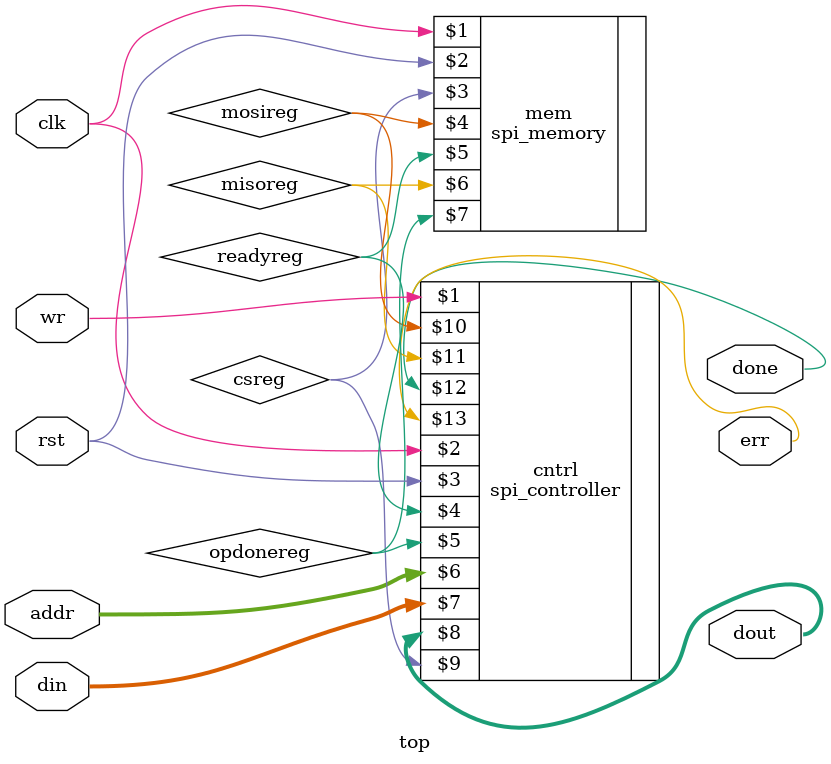
<source format=sv>

module top(
  input wr, clk, rst,
  input [7:0] addr, din,
  output [7:0] dout,
  output done, err
);
  
  wire csreg, mosireg, misoreg, opdonereg, readyreg;
  
  spi_controller cntrl(wr, clk, rst, readyreg, opdonereg, addr, din, dout, csreg, mosireg, misoreg, done, err);
  
  spi_memory mem (clk, rst, csreg, mosireg, readyreg, misoreg, opdonereg);
  
endmodule

</source>
